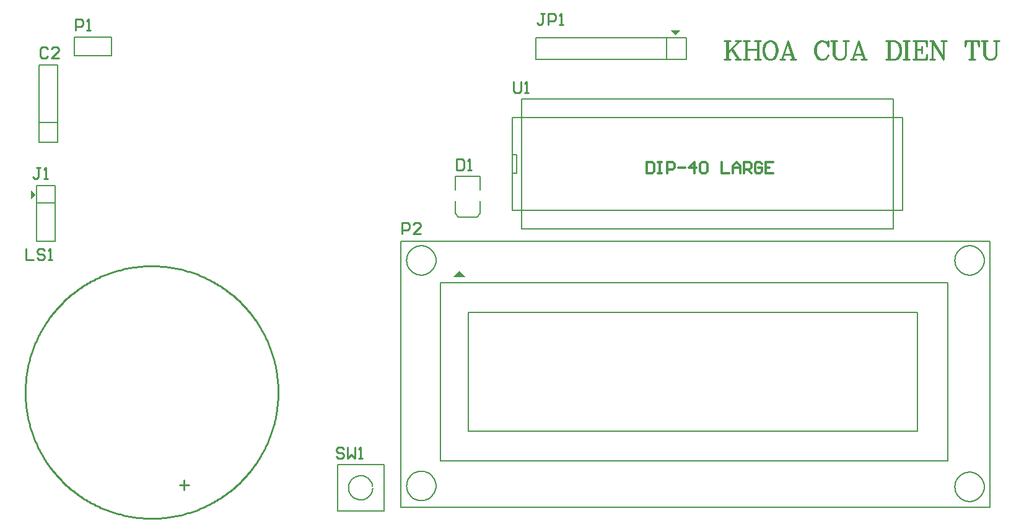
<source format=gto>
G04 Layer_Color=65535*
%FSLAX44Y44*%
%MOMM*%
G71*
G01*
G75*
%ADD45C,0.2540*%
%ADD46C,0.1778*%
%ADD47C,0.2032*%
%ADD48C,0.2000*%
%ADD49C,0.3001*%
G36*
X601980Y331470D02*
X584200D01*
X593090Y340360D01*
X601980Y331470D01*
D02*
G37*
G36*
X13716Y444500D02*
X7366Y438150D01*
Y450850D01*
X13716Y444500D01*
D02*
G37*
G36*
X889000Y662940D02*
X882650Y669290D01*
X895350D01*
X889000Y662940D01*
D02*
G37*
D45*
X345440Y173990D02*
X345421Y176531D01*
X345365Y179072D01*
X345272Y181612D01*
X345141Y184150D01*
X344973Y186686D01*
X344767Y189219D01*
X344525Y191749D01*
X344245Y194275D01*
X343928Y196797D01*
X343573Y199314D01*
X343182Y201825D01*
X342754Y204330D01*
X342290Y206829D01*
X341788Y209320D01*
X341250Y211804D01*
X340675Y214280D01*
X340064Y216747D01*
X339417Y219205D01*
X338733Y221652D01*
X338014Y224090D01*
X337259Y226517D01*
X336469Y228932D01*
X335642Y231336D01*
X334781Y233727D01*
X333884Y236105D01*
X332953Y238469D01*
X331987Y240820D01*
X330986Y243156D01*
X329951Y245478D01*
X328882Y247784D01*
X327780Y250073D01*
X326643Y252347D01*
X325474Y254603D01*
X324271Y256842D01*
X323036Y259063D01*
X321768Y261266D01*
X320467Y263449D01*
X319135Y265613D01*
X317771Y267758D01*
X316376Y269882D01*
X314949Y271985D01*
X313492Y274068D01*
X312004Y276128D01*
X310486Y278167D01*
X308938Y280182D01*
X307361Y282175D01*
X305754Y284145D01*
X304119Y286090D01*
X302456Y288011D01*
X300764Y289908D01*
X299044Y291780D01*
X297297Y293626D01*
X295524Y295446D01*
X293723Y297239D01*
X291896Y299007D01*
X290044Y300747D01*
X288166Y302459D01*
X286264Y304144D01*
X284336Y305801D01*
X282384Y307429D01*
X280409Y309028D01*
X278411Y310598D01*
X276389Y312138D01*
X274345Y313649D01*
X272279Y315129D01*
X270192Y316579D01*
X268083Y317997D01*
X265954Y319385D01*
X263804Y320741D01*
X261635Y322065D01*
X259447Y323358D01*
X257239Y324618D01*
X255014Y325845D01*
X252771Y327039D01*
X250510Y328201D01*
X248232Y329329D01*
X245939Y330423D01*
X243629Y331483D01*
X241304Y332510D01*
X238964Y333502D01*
X236610Y334459D01*
X234242Y335382D01*
X231860Y336269D01*
X229466Y337122D01*
X227059Y337939D01*
X224641Y338721D01*
X222212Y339467D01*
X219771Y340178D01*
X217321Y340852D01*
X214861Y341490D01*
X212392Y342092D01*
X209914Y342658D01*
X207428Y343187D01*
X204935Y343679D01*
X202434Y344135D01*
X199928Y344554D01*
X197415Y344935D01*
X194897Y345280D01*
X192374Y345588D01*
X189847Y345859D01*
X187316Y346092D01*
X184782Y346288D01*
X182246Y346447D01*
X179707Y346569D01*
X177167Y346653D01*
X174626Y346699D01*
X172085Y346709D01*
X169543Y346681D01*
X167003Y346615D01*
X164463Y346512D01*
X161925Y346372D01*
X159390Y346195D01*
X156858Y345980D01*
X154329Y345728D01*
X151804Y345439D01*
X149283Y345112D01*
X146768Y344749D01*
X144258Y344349D01*
X141754Y343912D01*
X139257Y343438D01*
X136768Y342927D01*
X134286Y342379D01*
X131812Y341796D01*
X129348Y341176D01*
X126892Y340519D01*
X124447Y339827D01*
X122012Y339099D01*
X119588Y338335D01*
X117176Y337535D01*
X114775Y336700D01*
X112387Y335830D01*
X110013Y334925D01*
X107651Y333984D01*
X105304Y333010D01*
X102971Y332001D01*
X100654Y330957D01*
X98352Y329880D01*
X96067Y328769D01*
X93797Y327624D01*
X91545Y326446D01*
X89311Y325235D01*
X87094Y323992D01*
X84896Y322715D01*
X82718Y321407D01*
X80558Y320067D01*
X78419Y318695D01*
X76300Y317292D01*
X74202Y315857D01*
X72125Y314392D01*
X70070Y312897D01*
X68037Y311371D01*
X66027Y309816D01*
X64040Y308232D01*
X62076Y306618D01*
X60137Y304976D01*
X58222Y303305D01*
X56331Y301606D01*
X54466Y299880D01*
X52627Y298126D01*
X50813Y296346D01*
X49026Y294538D01*
X47265Y292705D01*
X45532Y290847D01*
X43826Y288962D01*
X42149Y287054D01*
X40499Y285120D01*
X38878Y283162D01*
X37287Y281181D01*
X35724Y279177D01*
X34191Y277150D01*
X32688Y275100D01*
X31216Y273029D01*
X29773Y270936D01*
X28363Y268822D01*
X26983Y266688D01*
X25635Y264533D01*
X24318Y262359D01*
X23034Y260166D01*
X21782Y257954D01*
X20563Y255724D01*
X19377Y253476D01*
X18224Y251211D01*
X17104Y248930D01*
X16019Y246632D01*
X14967Y244318D01*
X13949Y241989D01*
X12966Y239646D01*
X12017Y237288D01*
X11103Y234917D01*
X10224Y232532D01*
X9380Y230135D01*
X8572Y227725D01*
X7799Y225304D01*
X7061Y222872D01*
X6360Y220429D01*
X5695Y217976D01*
X5066Y215514D01*
X4473Y213042D01*
X3916Y210562D01*
X3397Y208075D01*
X2913Y205579D01*
X2467Y203077D01*
X2057Y200569D01*
X1685Y198055D01*
X1349Y195536D01*
X1051Y193012D01*
X789Y190484D01*
X565Y187952D01*
X378Y185418D01*
X229Y182880D01*
X117Y180341D01*
X42Y177801D01*
X5Y175260D01*
Y172718D01*
X42Y170177D01*
X117Y167637D01*
X229Y165098D01*
X379Y162561D01*
X565Y160026D01*
X790Y157494D01*
X1051Y154966D01*
X1349Y152442D01*
X1685Y149923D01*
X2058Y147409D01*
X2467Y144901D01*
X2914Y142399D01*
X3397Y139904D01*
X3917Y137416D01*
X4473Y134936D01*
X5066Y132465D01*
X5695Y130002D01*
X6361Y127549D01*
X7062Y125106D01*
X7799Y122674D01*
X8572Y120253D01*
X9380Y117844D01*
X10224Y115446D01*
X11103Y113062D01*
X12017Y110690D01*
X12966Y108332D01*
X13950Y105989D01*
X14967Y103660D01*
X16019Y101346D01*
X17105Y99049D01*
X18225Y96767D01*
X19378Y94502D01*
X20564Y92254D01*
X21783Y90024D01*
X23035Y87812D01*
X24319Y85619D01*
X25635Y83445D01*
X26984Y81291D01*
X28363Y79156D01*
X29775Y77043D01*
X31216Y74950D01*
X32689Y72878D01*
X34192Y70829D01*
X35725Y68802D01*
X37288Y66797D01*
X38880Y64816D01*
X40500Y62859D01*
X42150Y60925D01*
X43828Y59016D01*
X45533Y57132D01*
X47267Y55273D01*
X49027Y53440D01*
X50814Y51633D01*
X52628Y49853D01*
X54468Y48099D01*
X56333Y46373D01*
X58223Y44674D01*
X60138Y43003D01*
X62078Y41361D01*
X64041Y39747D01*
X66028Y38163D01*
X68039Y36607D01*
X70071Y35082D01*
X72126Y33587D01*
X74203Y32122D01*
X76301Y30687D01*
X78420Y29284D01*
X80560Y27912D01*
X82719Y26572D01*
X84898Y25264D01*
X87096Y23988D01*
X89312Y22744D01*
X91547Y21533D01*
X93799Y20355D01*
X96068Y19210D01*
X98354Y18099D01*
X100656Y17022D01*
X102973Y15979D01*
X105306Y14970D01*
X107653Y13995D01*
X110014Y13055D01*
X112389Y12149D01*
X114777Y11279D01*
X117177Y10444D01*
X119590Y9645D01*
X122014Y8881D01*
X124449Y8152D01*
X126894Y7460D01*
X129349Y6804D01*
X131814Y6184D01*
X134288Y5600D01*
X136770Y5053D01*
X139259Y4542D01*
X141756Y4068D01*
X144260Y3631D01*
X146769Y3231D01*
X149285Y2867D01*
X151805Y2541D01*
X154330Y2252D01*
X156859Y2000D01*
X159391Y1785D01*
X161927Y1608D01*
X164464Y1467D01*
X167004Y1365D01*
X169544Y1299D01*
X172086Y1271D01*
X174627Y1280D01*
X177168Y1327D01*
X179708Y1411D01*
X182247Y1533D01*
X184783Y1692D01*
X187317Y1888D01*
X189848Y2121D01*
X192375Y2392D01*
X194898Y2700D01*
X197416Y3045D01*
X199928Y3426D01*
X202435Y3845D01*
X204935Y4301D01*
X207428Y4793D01*
X209914Y5322D01*
X212392Y5888D01*
X214861Y6490D01*
X217321Y7128D01*
X219772Y7802D01*
X222212Y8513D01*
X224641Y9259D01*
X227059Y10041D01*
X229466Y10858D01*
X231860Y11710D01*
X234242Y12598D01*
X236609Y13521D01*
X238964Y14478D01*
X241304Y15470D01*
X243629Y16497D01*
X245938Y17557D01*
X248232Y18651D01*
X250510Y19779D01*
X252770Y20940D01*
X255014Y22135D01*
X257239Y23362D01*
X259446Y24622D01*
X261635Y25914D01*
X263804Y27239D01*
X265953Y28595D01*
X268083Y29982D01*
X270191Y31401D01*
X272279Y32851D01*
X274345Y34331D01*
X276388Y35841D01*
X278410Y37382D01*
X280408Y38952D01*
X282384Y40551D01*
X284335Y42179D01*
X286263Y43835D01*
X288166Y45520D01*
X290043Y47233D01*
X291896Y48973D01*
X293722Y50740D01*
X295523Y52533D01*
X297297Y54354D01*
X299043Y56200D01*
X300763Y58071D01*
X302455Y59968D01*
X304118Y61889D01*
X305754Y63834D01*
X307360Y65804D01*
X308937Y67797D01*
X310485Y69812D01*
X312003Y71851D01*
X313491Y73911D01*
X314948Y75993D01*
X316375Y78097D01*
X317770Y80221D01*
X319134Y82365D01*
X320466Y84529D01*
X321767Y86713D01*
X323035Y88916D01*
X324270Y91137D01*
X325473Y93375D01*
X326643Y95632D01*
X327779Y97905D01*
X328882Y100195D01*
X329951Y102500D01*
X330985Y104822D01*
X331986Y107158D01*
X332952Y109509D01*
X333884Y111873D01*
X334780Y114251D01*
X335642Y116642D01*
X336468Y119046D01*
X337258Y121461D01*
X338014Y123888D01*
X338733Y126325D01*
X339416Y128773D01*
X340064Y131231D01*
X340675Y133698D01*
X341249Y136173D01*
X341787Y138657D01*
X342289Y141149D01*
X342754Y143647D01*
X343182Y146152D01*
X343573Y148664D01*
X343927Y151180D01*
X344244Y153702D01*
X344524Y156228D01*
X344767Y158758D01*
X344972Y161291D01*
X345141Y163827D01*
X345272Y166365D01*
X345365Y168905D01*
X345421Y171446D01*
X345440Y173987D01*
Y173990D01*
X216916Y39878D02*
Y53594D01*
X210820Y46990D02*
X223520D01*
X958668Y654793D02*
Y629399D01*
X959877Y654793D02*
Y629399D01*
X975598Y654793D02*
X959877Y639073D01*
X965923Y643910D02*
X975598Y629399D01*
X964714Y643910D02*
X974388Y629399D01*
X955040Y654793D02*
X963505D01*
X970760D02*
X978016D01*
X955040Y629399D02*
X963505D01*
X970760D02*
X978016D01*
X984788Y654793D02*
Y629399D01*
X985997Y654793D02*
Y629399D01*
X1000508Y654793D02*
Y629399D01*
X1001718Y654793D02*
Y629399D01*
X981160Y654793D02*
X989625D01*
X996881D02*
X1005345D01*
X985997Y642701D02*
X1000508D01*
X981160Y629399D02*
X989625D01*
X996881D02*
X1005345D01*
X1016833Y654793D02*
X1013206Y653584D01*
X1010787Y651166D01*
X1009578Y648747D01*
X1008369Y643910D01*
Y640282D01*
X1009578Y635445D01*
X1010787Y633027D01*
X1013206Y630608D01*
X1016833Y629399D01*
X1019252D01*
X1022880Y630608D01*
X1025298Y633027D01*
X1026507Y635445D01*
X1027717Y640282D01*
Y643910D01*
X1026507Y648747D01*
X1025298Y651166D01*
X1022880Y653584D01*
X1019252Y654793D01*
X1016833D01*
X1014415Y653584D01*
X1011996Y651166D01*
X1010787Y648747D01*
X1009578Y643910D01*
Y640282D01*
X1010787Y635445D01*
X1011996Y633027D01*
X1014415Y630608D01*
X1016833Y629399D01*
X1019252D02*
X1021671Y630608D01*
X1024089Y633027D01*
X1025298Y635445D01*
X1026507Y640282D01*
Y643910D01*
X1025298Y648747D01*
X1024089Y651166D01*
X1021671Y653584D01*
X1019252Y654793D01*
X1042107D02*
X1033642Y629399D01*
X1042107Y654793D02*
X1050572Y629399D01*
X1042107Y651166D02*
X1049363Y629399D01*
X1036061Y636655D02*
X1046944D01*
X1031224Y629399D02*
X1038479D01*
X1045735D02*
X1052990D01*
X1096040Y651166D02*
X1097250Y647538D01*
Y654793D01*
X1096040Y651166D01*
X1093622Y653584D01*
X1089994Y654793D01*
X1087575D01*
X1083948Y653584D01*
X1081529Y651166D01*
X1080320Y648747D01*
X1079110Y645119D01*
Y639073D01*
X1080320Y635445D01*
X1081529Y633027D01*
X1083948Y630608D01*
X1087575Y629399D01*
X1089994D01*
X1093622Y630608D01*
X1096040Y633027D01*
X1097250Y635445D01*
X1087575Y654793D02*
X1085157Y653584D01*
X1082738Y651166D01*
X1081529Y648747D01*
X1080320Y645119D01*
Y639073D01*
X1081529Y635445D01*
X1082738Y633027D01*
X1085157Y630608D01*
X1087575Y629399D01*
X1104505Y654793D02*
Y636655D01*
X1105714Y633027D01*
X1108133Y630608D01*
X1111761Y629399D01*
X1114179D01*
X1117807Y630608D01*
X1120226Y633027D01*
X1121435Y636655D01*
Y654793D01*
X1105714D02*
Y636655D01*
X1106924Y633027D01*
X1109342Y630608D01*
X1111761Y629399D01*
X1100877Y654793D02*
X1109342D01*
X1117807D02*
X1125063D01*
X1138969D02*
X1130504Y629399D01*
X1138969Y654793D02*
X1147434Y629399D01*
X1138969Y651166D02*
X1146225Y629399D01*
X1132923Y636655D02*
X1143806D01*
X1128086Y629399D02*
X1135341D01*
X1142597D02*
X1149853D01*
X1179600Y654793D02*
Y629399D01*
X1180810Y654793D02*
Y629399D01*
X1175973Y654793D02*
X1188065D01*
X1191693Y653584D01*
X1194112Y651166D01*
X1195321Y648747D01*
X1196530Y645119D01*
Y639073D01*
X1195321Y635445D01*
X1194112Y633027D01*
X1191693Y630608D01*
X1188065Y629399D01*
X1175973D01*
X1188065Y654793D02*
X1190484Y653584D01*
X1192902Y651166D01*
X1194112Y648747D01*
X1195321Y645119D01*
Y639073D01*
X1194112Y635445D01*
X1192902Y633027D01*
X1190484Y630608D01*
X1188065Y629399D01*
X1203544Y654793D02*
Y629399D01*
X1204753Y654793D02*
Y629399D01*
X1199916Y654793D02*
X1208381D01*
X1199916Y629399D02*
X1208381D01*
X1216604Y654793D02*
Y629399D01*
X1217813Y654793D02*
Y629399D01*
X1225069Y647538D02*
Y637864D01*
X1212976Y654793D02*
X1232324D01*
Y647538D01*
X1231115Y654793D01*
X1217813Y642701D02*
X1225069D01*
X1212976Y629399D02*
X1232324D01*
Y636655D01*
X1231115Y629399D01*
X1239459Y654793D02*
Y629399D01*
X1240668Y654793D02*
X1255180Y631818D01*
X1240668Y652375D02*
X1255180Y629399D01*
Y654793D02*
Y629399D01*
X1235831Y654793D02*
X1240668D01*
X1251552D02*
X1258807D01*
X1235831Y629399D02*
X1243087D01*
X1293271Y654793D02*
Y629399D01*
X1294481Y654793D02*
Y629399D01*
X1286016Y654793D02*
X1284806Y647538D01*
Y654793D01*
X1302945D01*
Y647538D01*
X1301736Y654793D01*
X1289644Y629399D02*
X1298108D01*
X1310201Y654793D02*
Y636655D01*
X1311410Y633027D01*
X1313829Y630608D01*
X1317457Y629399D01*
X1319875D01*
X1323503Y630608D01*
X1325921Y633027D01*
X1327131Y636655D01*
Y654793D01*
X1311410D02*
Y636655D01*
X1312619Y633027D01*
X1315038Y630608D01*
X1317457Y629399D01*
X1306573Y654793D02*
X1315038D01*
X1323503D02*
X1330759D01*
X667004Y599181D02*
Y586485D01*
X669543Y583946D01*
X674622D01*
X677161Y586485D01*
Y599181D01*
X682239Y583946D02*
X687317D01*
X684778D01*
Y599181D01*
X682239Y596642D01*
X435226Y96135D02*
X432687Y98674D01*
X427608D01*
X425069Y96135D01*
Y93596D01*
X427608Y91056D01*
X432687D01*
X435226Y88517D01*
Y85978D01*
X432687Y83439D01*
X427608D01*
X425069Y85978D01*
X440304Y98674D02*
Y83439D01*
X445382Y88517D01*
X450461Y83439D01*
Y98674D01*
X455539Y83439D02*
X460617D01*
X458078D01*
Y98674D01*
X455539Y96135D01*
X514858Y390398D02*
Y405633D01*
X522476D01*
X525015Y403094D01*
Y398016D01*
X522476Y395476D01*
X514858D01*
X540250Y390398D02*
X530093D01*
X540250Y400555D01*
Y403094D01*
X537711Y405633D01*
X532632D01*
X530093Y403094D01*
X68834Y669036D02*
Y684271D01*
X76452D01*
X78991Y681732D01*
Y676654D01*
X76452Y674114D01*
X68834D01*
X84069Y669036D02*
X89147D01*
X86608D01*
Y684271D01*
X84069Y681732D01*
X1143Y370708D02*
Y355473D01*
X11300D01*
X26535Y368169D02*
X23996Y370708D01*
X18917D01*
X16378Y368169D01*
Y365630D01*
X18917Y363091D01*
X23996D01*
X26535Y360551D01*
Y358012D01*
X23996Y355473D01*
X18917D01*
X16378Y358012D01*
X31613Y355473D02*
X36692D01*
X34152D01*
Y370708D01*
X31613Y368169D01*
X709673Y692145D02*
X704594D01*
X707133D01*
Y679449D01*
X704594Y676910D01*
X702055D01*
X699516Y679449D01*
X714751Y676910D02*
Y692145D01*
X722369D01*
X724908Y689606D01*
Y684528D01*
X722369Y681988D01*
X714751D01*
X729986Y676910D02*
X735064D01*
X732525D01*
Y692145D01*
X729986Y689606D01*
X20063Y481071D02*
X14984D01*
X17523D01*
Y468375D01*
X14984Y465836D01*
X12445D01*
X9906Y468375D01*
X25141Y465836D02*
X30219D01*
X27680D01*
Y481071D01*
X25141Y478532D01*
X589026Y493517D02*
Y478282D01*
X596643D01*
X599183Y480821D01*
Y490978D01*
X596643Y493517D01*
X589026D01*
X604261Y478282D02*
X609339D01*
X606800D01*
Y493517D01*
X604261Y490978D01*
X30731Y643632D02*
X28191Y646171D01*
X23113D01*
X20574Y643632D01*
Y633475D01*
X23113Y630936D01*
X28191D01*
X30731Y633475D01*
X45966Y630936D02*
X35809D01*
X45966Y641093D01*
Y643632D01*
X43427Y646171D01*
X38348D01*
X35809Y643632D01*
D46*
X474636Y45278D02*
X474121Y47764D01*
X473231Y50141D01*
X471987Y52353D01*
X470418Y54349D01*
X468563Y56081D01*
X466463Y57508D01*
X464170Y58596D01*
X461737Y59320D01*
X459222Y59662D01*
X456684Y59615D01*
X454184Y59179D01*
X451779Y58365D01*
X449528Y57192D01*
X447483Y55688D01*
X445694Y53889D01*
X444201Y51836D01*
X443040Y49578D01*
X442239Y47170D01*
X441817Y44667D01*
X441783Y42129D01*
X442139Y39615D01*
X442876Y37187D01*
X443977Y34899D01*
X445415Y32808D01*
X447156Y30961D01*
X449160Y29404D01*
X451380Y28172D01*
X453762Y27294D01*
X456250Y26793D01*
X458786Y26678D01*
X461309Y26954D01*
X463760Y27613D01*
X466081Y28640D01*
X468218Y30011D01*
X470118Y31693D01*
X471739Y33647D01*
X473041Y35826D01*
X473994Y38178D01*
X474575Y40649D01*
X474770Y43180D01*
X561340Y45720D02*
X561182Y48237D01*
X560709Y50714D01*
X559930Y53112D01*
X558856Y55394D01*
X557505Y57523D01*
X555898Y59466D01*
X554059Y61192D01*
X552019Y62674D01*
X549809Y63889D01*
X547465Y64818D01*
X545022Y65445D01*
X542520Y65761D01*
X539999D01*
X537497Y65445D01*
X535054Y64818D01*
X532710Y63889D01*
X530500Y62674D01*
X528460Y61192D01*
X526622Y59466D01*
X525014Y57523D01*
X523663Y55394D01*
X522589Y53112D01*
X521810Y50714D01*
X521337Y48237D01*
X521179Y45720D01*
X521337Y43203D01*
X521810Y40726D01*
X522589Y38328D01*
X523663Y36046D01*
X525014Y33917D01*
X526622Y31974D01*
X528460Y30248D01*
X530500Y28765D01*
X532710Y27551D01*
X535054Y26622D01*
X537497Y25995D01*
X539999Y25679D01*
X542520D01*
X545022Y25995D01*
X547465Y26622D01*
X549809Y27551D01*
X552019Y28765D01*
X554059Y30248D01*
X555898Y31974D01*
X557505Y33917D01*
X558856Y36046D01*
X559930Y38328D01*
X560709Y40726D01*
X561182Y43203D01*
X561340Y45720D01*
Y354330D02*
X561182Y356847D01*
X560709Y359324D01*
X559930Y361722D01*
X558856Y364004D01*
X557505Y366133D01*
X555898Y368076D01*
X554059Y369802D01*
X552019Y371284D01*
X549809Y372499D01*
X547465Y373428D01*
X545022Y374055D01*
X542520Y374371D01*
X539999D01*
X537497Y374055D01*
X535054Y373428D01*
X532710Y372499D01*
X530500Y371284D01*
X528460Y369802D01*
X526622Y368076D01*
X525014Y366133D01*
X523663Y364004D01*
X522589Y361722D01*
X521810Y359324D01*
X521337Y356847D01*
X521179Y354330D01*
X521337Y351813D01*
X521810Y349336D01*
X522589Y346938D01*
X523663Y344656D01*
X525014Y342527D01*
X526622Y340584D01*
X528460Y338858D01*
X530500Y337375D01*
X532710Y336161D01*
X535054Y335232D01*
X537497Y334605D01*
X539999Y334289D01*
X542520D01*
X545022Y334605D01*
X547465Y335232D01*
X549809Y336161D01*
X552019Y337375D01*
X554059Y338858D01*
X555898Y340584D01*
X557505Y342527D01*
X558856Y344656D01*
X559930Y346938D01*
X560709Y349336D01*
X561182Y351813D01*
X561340Y354330D01*
X1310640D02*
X1310482Y356847D01*
X1310009Y359324D01*
X1309230Y361722D01*
X1308156Y364004D01*
X1306805Y366133D01*
X1305198Y368076D01*
X1303359Y369802D01*
X1301319Y371284D01*
X1299109Y372499D01*
X1296765Y373428D01*
X1294322Y374055D01*
X1291820Y374371D01*
X1289299D01*
X1286797Y374055D01*
X1284354Y373428D01*
X1282010Y372499D01*
X1279800Y371284D01*
X1277760Y369802D01*
X1275921Y368076D01*
X1274314Y366133D01*
X1272963Y364004D01*
X1271889Y361722D01*
X1271110Y359324D01*
X1270637Y356847D01*
X1270479Y354330D01*
X1270637Y351813D01*
X1271110Y349336D01*
X1271889Y346938D01*
X1272963Y344656D01*
X1274314Y342527D01*
X1275921Y340584D01*
X1277760Y338858D01*
X1279800Y337375D01*
X1282010Y336161D01*
X1284354Y335232D01*
X1286797Y334605D01*
X1289299Y334289D01*
X1291820D01*
X1294322Y334605D01*
X1296765Y335232D01*
X1299109Y336161D01*
X1301319Y337375D01*
X1303359Y338858D01*
X1305198Y340584D01*
X1306805Y342527D01*
X1308156Y344656D01*
X1309230Y346938D01*
X1310009Y349336D01*
X1310482Y351813D01*
X1310640Y354330D01*
Y44450D02*
X1310482Y46967D01*
X1310009Y49444D01*
X1309230Y51842D01*
X1308156Y54124D01*
X1306805Y56253D01*
X1305198Y58196D01*
X1303359Y59922D01*
X1301319Y61405D01*
X1299109Y62619D01*
X1296765Y63548D01*
X1294322Y64175D01*
X1291820Y64491D01*
X1289299D01*
X1286797Y64175D01*
X1284354Y63548D01*
X1282010Y62619D01*
X1279800Y61405D01*
X1277760Y59922D01*
X1275921Y58196D01*
X1274314Y56253D01*
X1272963Y54124D01*
X1271889Y51842D01*
X1271110Y49444D01*
X1270637Y46967D01*
X1270479Y44450D01*
X1270637Y41933D01*
X1271110Y39456D01*
X1271889Y37058D01*
X1272963Y34776D01*
X1274314Y32647D01*
X1275921Y30704D01*
X1277760Y28978D01*
X1279800Y27496D01*
X1282010Y26281D01*
X1284354Y25352D01*
X1286797Y24725D01*
X1289299Y24409D01*
X1291820D01*
X1294322Y24725D01*
X1296765Y25352D01*
X1299109Y26281D01*
X1301319Y27496D01*
X1303359Y28978D01*
X1305198Y30704D01*
X1306805Y32647D01*
X1308156Y34776D01*
X1309230Y37058D01*
X1310009Y39456D01*
X1310482Y41933D01*
X1310640Y44450D01*
X426720Y74930D02*
X490220D01*
Y11430D02*
Y74930D01*
X426720Y11430D02*
X490220D01*
X426720D02*
Y74930D01*
X605790Y120650D02*
X1219200D01*
Y283210D01*
X605790D02*
X1219200D01*
X605790Y120650D02*
Y283210D01*
X567690Y80010D02*
X1261110D01*
Y323850D01*
X567690D02*
X1261110D01*
X567690Y80010D02*
Y323850D01*
X513080Y16510D02*
X1318260D01*
Y381000D01*
X513080D02*
X1318260D01*
X513080Y16510D02*
Y381000D01*
X876046Y629666D02*
Y659130D01*
X697992Y629412D02*
X903224D01*
X697992D02*
Y659130D01*
X903224D01*
Y629412D02*
Y659130D01*
X15240Y381000D02*
Y457200D01*
X40640D01*
Y381000D02*
Y457200D01*
X15240Y381000D02*
X40640D01*
X15240Y433070D02*
X40386D01*
D47*
X678180Y397510D02*
Y575310D01*
X1186180D01*
Y397510D02*
Y575310D01*
X678180Y397510D02*
X1186180D01*
X665480Y499110D02*
X671830D01*
Y473710D02*
Y499110D01*
X665480Y473710D02*
X671830D01*
X665480Y422910D02*
Y473710D01*
Y422910D02*
X1198880D01*
Y549910D01*
X665480D02*
X1198880D01*
X665480Y499110D02*
Y549910D01*
Y473710D02*
Y499110D01*
X671830D01*
Y473710D02*
Y499110D01*
X665480Y473710D02*
X671830D01*
X665480Y422910D02*
Y473710D01*
Y422910D02*
X1198880D01*
Y549910D01*
X665480D02*
X1198880D01*
X665480Y499110D02*
Y549910D01*
Y473710D02*
Y499110D01*
D48*
X587520Y450730D02*
Y469730D01*
X621520Y450730D02*
Y469730D01*
X587520D02*
X621520D01*
X591520Y413730D02*
X617520D01*
X587520Y418730D02*
Y435730D01*
X617520Y413730D02*
X621520Y418730D01*
X587520D02*
X591520Y413730D01*
X621520Y418730D02*
Y435730D01*
X118110Y635000D02*
Y660400D01*
X67310Y635000D02*
X118110D01*
X67310D02*
Y660400D01*
X118110D01*
X19050Y543560D02*
X44450D01*
X19050Y515662D02*
X44450D01*
X19050D02*
Y622262D01*
X44450Y515662D02*
Y622262D01*
X19050D02*
X44450D01*
D49*
X849630Y488704D02*
Y473710D01*
X857127D01*
X859626Y476209D01*
Y486205D01*
X857127Y488704D01*
X849630D01*
X864624D02*
X869622D01*
X867123D01*
Y473710D01*
X864624D01*
X869622D01*
X877119D02*
Y488704D01*
X884616D01*
X887115Y486205D01*
Y481207D01*
X884616Y478708D01*
X877119D01*
X892113Y481207D02*
X902109D01*
X914603Y473710D02*
Y488704D01*
X907106Y481207D01*
X917102D01*
X922100Y486205D02*
X924599Y488704D01*
X929597D01*
X932096Y486205D01*
Y476209D01*
X929597Y473710D01*
X924599D01*
X922100Y476209D01*
Y486205D01*
X952088Y488704D02*
Y473710D01*
X962084D01*
X967082D02*
Y483706D01*
X972080Y488704D01*
X977078Y483706D01*
Y473710D01*
Y481207D01*
X967082D01*
X982076Y473710D02*
Y488704D01*
X989573D01*
X992072Y486205D01*
Y481207D01*
X989573Y478708D01*
X982076D01*
X987074D02*
X992072Y473710D01*
X1007065Y486205D02*
X1004566Y488704D01*
X999568D01*
X997069Y486205D01*
Y476209D01*
X999568Y473710D01*
X1004566D01*
X1007065Y476209D01*
Y481207D01*
X1002067D01*
X1022059Y488704D02*
X1012063D01*
Y473710D01*
X1022059D01*
X1012063Y481207D02*
X1017061D01*
M02*

</source>
